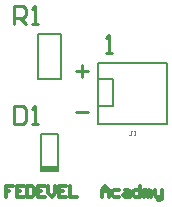
<source format=gto>
G04*
G04 #@! TF.GenerationSoftware,Altium Limited,Altium Designer,24.2.2 (26)*
G04*
G04 Layer_Color=65535*
%FSLAX44Y44*%
%MOMM*%
G71*
G04*
G04 #@! TF.SameCoordinates,40936419-4C82-434F-9087-BBFFA31A611E*
G04*
G04*
G04 #@! TF.FilePolarity,Positive*
G04*
G01*
G75*
%ADD10C,0.2000*%
%ADD11C,0.2540*%
%ADD12C,0.3000*%
%ADD13C,0.0700*%
%ADD14R,1.4000X0.4000*%
D10*
X57000Y28000D02*
Y59000D01*
X43000D02*
X57000D01*
X43000Y28000D02*
Y59000D01*
Y28000D02*
X57000D01*
X149210Y67300D02*
Y119370D01*
X90790Y67300D02*
X149210D01*
X90790D02*
Y119370D01*
X149210D01*
X90790Y105400D02*
X103490D01*
Y82540D02*
Y105400D01*
X90790Y82540D02*
X103490D01*
X40000Y106000D02*
X60000D01*
X40000D02*
Y144000D01*
X60000D01*
Y106000D02*
Y144000D01*
D11*
X72540Y112618D02*
X82697D01*
X77618Y117697D02*
Y107540D01*
X97540Y127540D02*
X102618D01*
X100079D01*
Y142775D01*
X97540Y140236D01*
X72540Y77618D02*
X82697D01*
X19843Y152382D02*
Y167617D01*
X27461D01*
X30000Y165078D01*
Y160000D01*
X27461Y157461D01*
X19843D01*
X24922D02*
X30000Y152382D01*
X35078D02*
X40157D01*
X37618D01*
Y167617D01*
X35078Y165078D01*
X19843Y82618D02*
Y67382D01*
X27461D01*
X30000Y69922D01*
Y80078D01*
X27461Y82618D01*
X19843D01*
X35078Y67382D02*
X40157D01*
X37618D01*
Y82618D01*
X35078Y80078D01*
D12*
X18998Y14996D02*
X13000D01*
Y10498D01*
X15999D01*
X13000D01*
Y5999D01*
X27995Y14996D02*
X21997D01*
Y5999D01*
X27995D01*
X21997Y10498D02*
X24996D01*
X30994Y14996D02*
Y5999D01*
X35493D01*
X36992Y7498D01*
Y13497D01*
X35493Y14996D01*
X30994D01*
X45989D02*
X39991D01*
Y5999D01*
X45989D01*
X39991Y10498D02*
X42990D01*
X48988Y14996D02*
Y8998D01*
X51987Y5999D01*
X54986Y8998D01*
Y14996D01*
X63983D02*
X57985D01*
Y5999D01*
X63983D01*
X57985Y10498D02*
X60985D01*
X66982Y14996D02*
Y5999D01*
X72981D01*
X93974D02*
Y11997D01*
X96973Y14996D01*
X99972Y11997D01*
Y5999D01*
Y10498D01*
X93974D01*
X108969Y11997D02*
X104470D01*
X102971Y10498D01*
Y7498D01*
X104470Y5999D01*
X108969D01*
X113468Y11997D02*
X116467D01*
X117966Y10498D01*
Y5999D01*
X113468D01*
X111968Y7498D01*
X113468Y8998D01*
X117966D01*
X126963Y14996D02*
Y5999D01*
X122465D01*
X120965Y7498D01*
Y10498D01*
X122465Y11997D01*
X126963D01*
X129962Y5999D02*
Y11997D01*
X131462D01*
X132961Y10498D01*
Y5999D01*
Y10498D01*
X134461Y11997D01*
X135960Y10498D01*
Y5999D01*
X138959Y11997D02*
Y7498D01*
X140459Y5999D01*
X144957D01*
Y4500D01*
X143458Y3000D01*
X141958D01*
X144957Y5999D02*
Y11997D01*
D13*
X120000Y61999D02*
X118667D01*
X119334D01*
Y58667D01*
X118667Y58001D01*
X118001D01*
X117334Y58667D01*
X121333Y58001D02*
X122666D01*
X121999D01*
Y61999D01*
X121333Y61333D01*
D14*
X50000Y30000D02*
D03*
M02*

</source>
